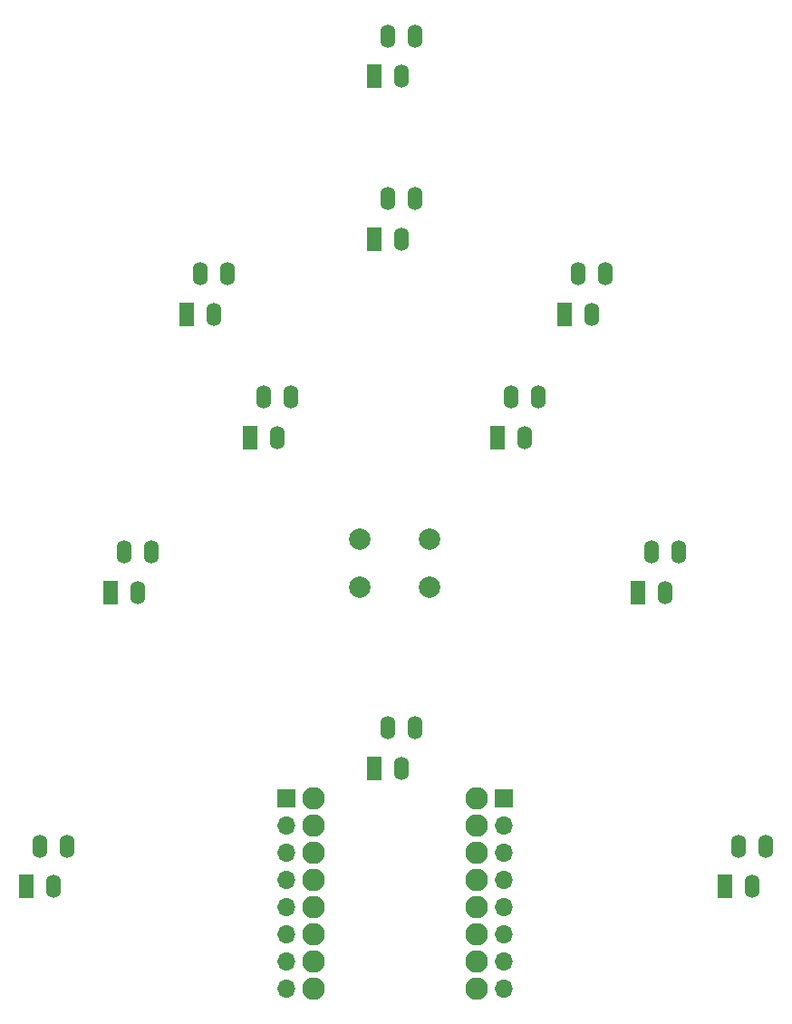
<source format=gbs>
G04 #@! TF.GenerationSoftware,KiCad,Pcbnew,8.0.6*
G04 #@! TF.CreationDate,2024-11-27T09:37:50+01:00*
G04 #@! TF.ProjectId,christmas_soldering_kit_2024,63687269-7374-46d6-9173-5f736f6c6465,rev?*
G04 #@! TF.SameCoordinates,Original*
G04 #@! TF.FileFunction,Soldermask,Bot*
G04 #@! TF.FilePolarity,Negative*
%FSLAX46Y46*%
G04 Gerber Fmt 4.6, Leading zero omitted, Abs format (unit mm)*
G04 Created by KiCad (PCBNEW 8.0.6) date 2024-11-27 09:37:50*
%MOMM*%
%LPD*%
G01*
G04 APERTURE LIST*
%ADD10C,0.100000*%
%ADD11R,1.400000X2.200000*%
%ADD12C,0.550000*%
%ADD13O,1.400000X2.200000*%
%ADD14R,1.700000X1.700000*%
%ADD15O,1.700000X1.700000*%
%ADD16C,2.109000*%
%ADD17C,2.000000*%
G04 APERTURE END LIST*
D10*
X148590000Y-114935000D03*
X149860000Y-114935000D03*
X151130000Y-114935000D03*
X152400000Y-114935000D03*
D11*
X148590000Y-116835000D03*
D12*
X149860000Y-113030000D03*
D13*
X149860000Y-113035000D03*
X151130000Y-116835000D03*
D12*
X151130000Y-116840000D03*
D13*
X152400000Y-113035000D03*
D10*
X160100000Y-84000000D03*
X161370000Y-84000000D03*
X162640000Y-84000000D03*
X163910000Y-84000000D03*
D11*
X160100000Y-85900000D03*
D12*
X161370000Y-82095000D03*
D13*
X161370000Y-82100000D03*
X162640000Y-85900000D03*
D12*
X162640000Y-85905000D03*
D13*
X163910000Y-82100000D03*
D10*
X173228000Y-98500000D03*
X174498000Y-98500000D03*
X175768000Y-98500000D03*
X177038000Y-98500000D03*
D11*
X173228000Y-100400000D03*
D12*
X174498000Y-96595000D03*
D13*
X174498000Y-96600000D03*
X175768000Y-100400000D03*
D12*
X175768000Y-100405000D03*
D13*
X177038000Y-96600000D03*
D10*
X136980000Y-84000000D03*
X138250000Y-84000000D03*
X139520000Y-84000000D03*
X140790000Y-84000000D03*
D11*
X136980000Y-85900000D03*
D12*
X138250000Y-82095000D03*
D13*
X138250000Y-82100000D03*
X139520000Y-85900000D03*
D12*
X139520000Y-85905000D03*
D13*
X140790000Y-82100000D03*
D10*
X148590000Y-50292000D03*
X149860000Y-50292000D03*
X151130000Y-50292000D03*
X152400000Y-50292000D03*
D11*
X148590000Y-52192000D03*
D12*
X149860000Y-48387000D03*
D13*
X149860000Y-48392000D03*
X151130000Y-52192000D03*
D12*
X151130000Y-52197000D03*
D13*
X152400000Y-48392000D03*
D10*
X123952000Y-98500000D03*
X125222000Y-98500000D03*
X126492000Y-98500000D03*
X127762000Y-98500000D03*
D11*
X123952000Y-100400000D03*
D12*
X125222000Y-96595000D03*
D13*
X125222000Y-96600000D03*
X126492000Y-100400000D03*
D12*
X126492000Y-100405000D03*
D13*
X127762000Y-96600000D03*
D10*
X116078000Y-125979000D03*
X117348000Y-125979000D03*
X118618000Y-125979000D03*
X119888000Y-125979000D03*
D11*
X116078000Y-127879000D03*
D12*
X117348000Y-124074000D03*
D13*
X117348000Y-124079000D03*
X118618000Y-127879000D03*
D12*
X118618000Y-127884000D03*
D13*
X119888000Y-124079000D03*
D10*
X166370000Y-72500000D03*
X167640000Y-72500000D03*
X168910000Y-72500000D03*
X170180000Y-72500000D03*
D11*
X166370000Y-74400000D03*
D12*
X167640000Y-70595000D03*
D13*
X167640000Y-70600000D03*
X168910000Y-74400000D03*
D12*
X168910000Y-74405000D03*
D13*
X170180000Y-70600000D03*
D10*
X181356000Y-125979000D03*
X182626000Y-125979000D03*
X183896000Y-125979000D03*
X185166000Y-125979000D03*
D11*
X181356000Y-127879000D03*
D12*
X182626000Y-124074000D03*
D13*
X182626000Y-124079000D03*
X183896000Y-127879000D03*
D12*
X183896000Y-127884000D03*
D13*
X185166000Y-124079000D03*
D10*
X131064000Y-72500000D03*
X132334000Y-72500000D03*
X133604000Y-72500000D03*
X134874000Y-72500000D03*
D11*
X131064000Y-74400000D03*
D12*
X132334000Y-70595000D03*
D13*
X132334000Y-70600000D03*
X133604000Y-74400000D03*
D12*
X133604000Y-74405000D03*
D13*
X134874000Y-70600000D03*
D10*
X148600000Y-65500000D03*
X149870000Y-65500000D03*
X151140000Y-65500000D03*
X152410000Y-65500000D03*
D11*
X148600000Y-67400000D03*
D12*
X149870000Y-63595000D03*
D13*
X149870000Y-63600000D03*
X151140000Y-67400000D03*
D12*
X151140000Y-67405000D03*
D13*
X152410000Y-63600000D03*
D14*
X160660000Y-119600000D03*
D15*
X160660000Y-122140000D03*
X160660000Y-124680000D03*
X160660000Y-127220000D03*
X160660000Y-129760000D03*
X160660000Y-132300000D03*
X160660000Y-134840000D03*
X160660000Y-137380000D03*
D16*
X142880000Y-137380000D03*
X142880000Y-134840000D03*
X142880000Y-132300000D03*
X142880000Y-129760000D03*
X142880000Y-124680000D03*
X142880000Y-127220000D03*
X158120000Y-119600000D03*
X142880000Y-119600000D03*
X158120000Y-122140000D03*
X158120000Y-124680000D03*
X158120000Y-127220000D03*
X158120000Y-129760000D03*
X158120000Y-132300000D03*
X158120000Y-134840000D03*
X158120000Y-137380000D03*
X142880000Y-122140000D03*
D14*
X140340000Y-119600000D03*
D15*
X140340000Y-122140000D03*
X140340000Y-124680000D03*
X140340000Y-127220000D03*
X140340000Y-129760000D03*
X140340000Y-132300000D03*
X140340000Y-134840000D03*
X140340000Y-137380000D03*
D17*
X147245000Y-99913000D03*
X153745000Y-99913000D03*
X147245000Y-95413000D03*
X153745000Y-95413000D03*
M02*

</source>
